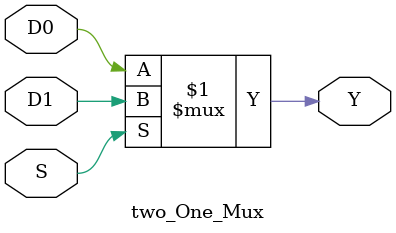
<source format=sv>
`timescale 1ns / 1ps

module two_One_Mux(input logic D0,D1,S, output logic Y);
    
    assign Y = (S)?D1:D0;
endmodule

</source>
